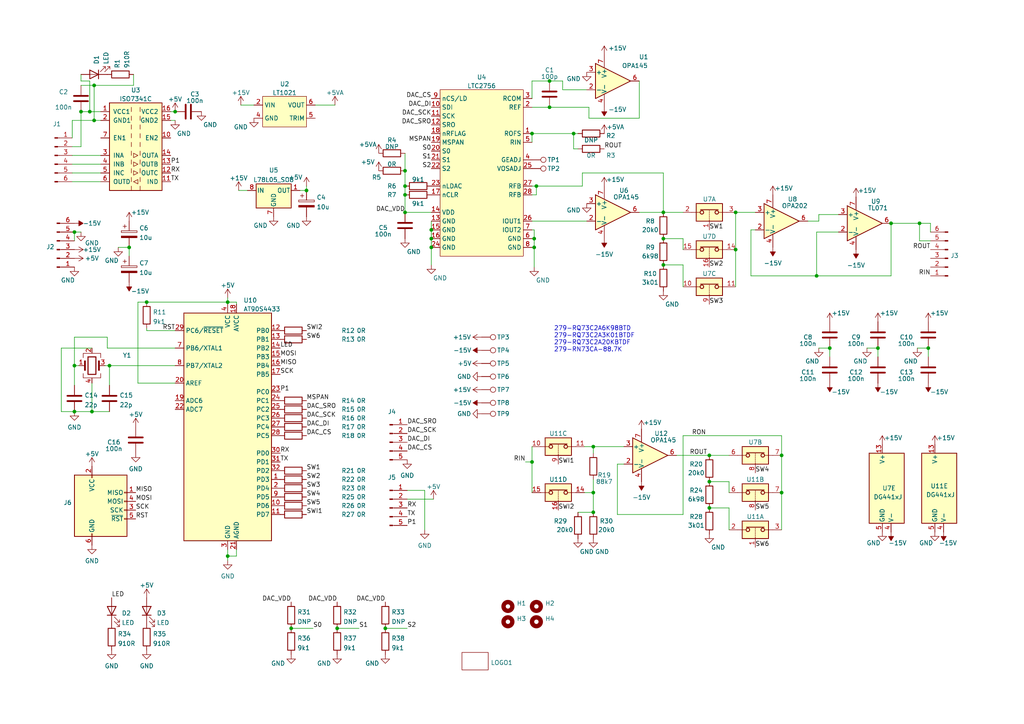
<source format=kicad_sch>
(kicad_sch (version 20230121) (generator eeschema)
  (paper "A4")
  (junction (at 154.94 71.755))
  (junction (at 97.79 182.245))
  (junction (at 154.94 69.215))
  (junction (at 66.04 87.63))
  (junction (at 117.475 56.515))
  (junction (at 172.085 142.875))
  (junction (at 192.405 76.835))
  (junction (at 27.305 34.925))
  (junction (at 240.665 100.965))
  (junction (at 117.475 49.53))
  (junction (at 42.545 87.63))
  (junction (at 213.36 61.595))
  (junction (at 154.305 133.985))
  (junction (at 236.855 80.01))
  (junction (at 26.035 32.385))
  (junction (at 84.455 182.245))
  (junction (at 125.095 66.675))
  (junction (at 21.59 67.31))
  (junction (at 226.695 132.08))
  (junction (at 27.305 24.765))
  (junction (at 172.085 129.54))
  (junction (at 213.36 72.39))
  (junction (at 226.695 142.875))
  (junction (at 192.405 69.215))
  (junction (at 172.085 148.59))
  (junction (at 159.385 31.115))
  (junction (at 88.9 55.245))
  (junction (at 117.475 53.975))
  (junction (at 254.635 100.965))
  (junction (at 205.74 139.7))
  (junction (at 26.67 119.38))
  (junction (at 31.75 106.045))
  (junction (at 266.7 64.77))
  (junction (at 269.24 100.965))
  (junction (at 117.475 61.595))
  (junction (at 23.495 32.385))
  (junction (at 125.095 71.755))
  (junction (at 21.59 106.045))
  (junction (at 37.465 71.755))
  (junction (at 159.385 23.495))
  (junction (at 154.305 38.735))
  (junction (at 192.405 61.595))
  (junction (at 166.37 38.735))
  (junction (at 111.76 182.245))
  (junction (at 155.575 53.975))
  (junction (at 258.445 64.77))
  (junction (at 50.8 32.385))
  (junction (at 66.04 161.29))
  (junction (at 205.74 147.32))
  (junction (at 21.59 119.38))
  (junction (at 125.095 69.215))
  (junction (at 205.74 132.08))
  (wire (pts (xy 154.305 129.54) (xy 154.305 133.985)))
  (wire (pts (xy 31.115 97.79) (xy 21.59 97.79)))
  (wire (pts (xy 172.085 129.54) (xy 172.085 131.445)))
  (wire (pts (xy 21.59 119.38) (xy 26.67 119.38)))
  (wire (pts (xy 168.91 53.975) (xy 168.91 50.165)))
  (wire (pts (xy 236.855 80.01) (xy 217.805 80.01)))
  (wire (pts (xy 226.695 142.875) (xy 226.695 153.67)))
  (wire (pts (xy 20.955 52.705) (xy 29.21 52.705)))
  (wire (pts (xy 154.305 56.515) (xy 155.575 56.515)))
  (wire (pts (xy 29.21 34.925) (xy 27.305 34.925)))
  (wire (pts (xy 38.735 24.765) (xy 27.305 24.765)))
  (wire (pts (xy 179.07 134.62) (xy 179.07 149.225)))
  (wire (pts (xy 198.12 126.365) (xy 226.695 126.365)))
  (wire (pts (xy 91.44 30.48) (xy 97.155 30.48)))
  (wire (pts (xy 125.095 66.675) (xy 125.095 69.215)))
  (wire (pts (xy 154.305 64.135) (xy 170.18 64.135)))
  (wire (pts (xy 170.18 26.035) (xy 163.195 26.035)))
  (wire (pts (xy 20.955 42.545) (xy 23.495 42.545)))
  (wire (pts (xy 217.805 80.01) (xy 217.805 66.675)))
  (wire (pts (xy 170.815 31.115) (xy 159.385 31.115)))
  (wire (pts (xy 211.455 147.32) (xy 205.74 147.32)))
  (wire (pts (xy 236.855 80.01) (xy 258.445 80.01)))
  (wire (pts (xy 251.46 100.965) (xy 254.635 100.965)))
  (wire (pts (xy 23.495 32.385) (xy 26.035 32.385)))
  (wire (pts (xy 68.58 161.29) (xy 66.04 161.29)))
  (wire (pts (xy 192.405 69.215) (xy 198.12 69.215)))
  (wire (pts (xy 258.445 64.77) (xy 266.7 64.77)))
  (wire (pts (xy 66.04 87.63) (xy 68.58 87.63)))
  (wire (pts (xy 23.495 21.59) (xy 23.495 23.495)))
  (wire (pts (xy 243.205 67.31) (xy 236.855 67.31)))
  (wire (pts (xy 123.19 142.24) (xy 123.19 153.67)))
  (wire (pts (xy 266.7 64.77) (xy 269.875 64.77)))
  (wire (pts (xy 26.67 119.38) (xy 31.75 119.38)))
  (wire (pts (xy 179.07 149.225) (xy 198.12 149.225)))
  (wire (pts (xy 205.74 132.08) (xy 211.455 132.08)))
  (wire (pts (xy 50.8 95.885) (xy 42.545 95.885)))
  (wire (pts (xy 38.735 21.59) (xy 38.735 24.765)))
  (wire (pts (xy 196.215 132.08) (xy 205.74 132.08)))
  (wire (pts (xy 154.305 31.115) (xy 159.385 31.115)))
  (wire (pts (xy 68.58 88.265) (xy 68.58 87.63)))
  (wire (pts (xy 172.085 129.54) (xy 180.975 129.54)))
  (wire (pts (xy 40.005 111.125) (xy 40.005 87.63)))
  (wire (pts (xy 180.975 134.62) (xy 179.07 134.62)))
  (wire (pts (xy 154.305 38.735) (xy 166.37 38.735)))
  (wire (pts (xy 31.75 106.045) (xy 50.8 106.045)))
  (wire (pts (xy 125.095 71.755) (xy 125.095 76.835)))
  (wire (pts (xy 155.575 53.975) (xy 168.91 53.975)))
  (wire (pts (xy 226.695 126.365) (xy 226.695 132.08)))
  (wire (pts (xy 27.305 34.925) (xy 20.955 34.925)))
  (wire (pts (xy 154.94 69.215) (xy 154.94 71.755)))
  (wire (pts (xy 170.815 34.29) (xy 170.815 31.115)))
  (wire (pts (xy 172.085 142.875) (xy 172.085 139.065)))
  (wire (pts (xy 163.195 23.495) (xy 159.385 23.495)))
  (wire (pts (xy 27.305 24.765) (xy 27.305 34.925)))
  (wire (pts (xy 169.545 142.875) (xy 172.085 142.875)))
  (wire (pts (xy 21.59 106.045) (xy 22.86 106.045)))
  (wire (pts (xy 50.8 111.125) (xy 40.005 111.125)))
  (wire (pts (xy 236.855 67.31) (xy 236.855 80.01)))
  (wire (pts (xy 68.58 159.385) (xy 68.58 161.29)))
  (wire (pts (xy 97.79 182.245) (xy 104.14 182.245)))
  (wire (pts (xy 26.67 111.125) (xy 26.67 119.38)))
  (wire (pts (xy 192.405 50.165) (xy 192.405 61.595)))
  (wire (pts (xy 168.91 50.165) (xy 192.405 50.165)))
  (wire (pts (xy 211.455 153.67) (xy 211.455 147.32)))
  (wire (pts (xy 31.115 100.965) (xy 31.115 97.79)))
  (wire (pts (xy 240.665 100.965) (xy 240.665 103.505)))
  (wire (pts (xy 37.465 71.755) (xy 37.465 74.295)))
  (wire (pts (xy 154.305 66.675) (xy 154.94 66.675)))
  (wire (pts (xy 20.955 50.165) (xy 29.21 50.165)))
  (wire (pts (xy 21.59 67.31) (xy 21.59 69.85)))
  (wire (pts (xy 23.495 23.495) (xy 26.035 23.495)))
  (wire (pts (xy 166.37 38.735) (xy 166.37 43.18)))
  (wire (pts (xy 211.455 142.875) (xy 211.455 139.7)))
  (wire (pts (xy 26.035 32.385) (xy 29.21 32.385)))
  (wire (pts (xy 30.48 106.045) (xy 31.75 106.045)))
  (wire (pts (xy 88.9 55.245) (xy 88.9 53.975)))
  (wire (pts (xy 169.545 129.54) (xy 172.085 129.54)))
  (wire (pts (xy 49.53 34.925) (xy 50.8 34.925)))
  (wire (pts (xy 69.85 30.48) (xy 73.66 30.48)))
  (wire (pts (xy 192.405 61.595) (xy 198.12 61.595)))
  (wire (pts (xy 42.545 95.885) (xy 42.545 95.25)))
  (wire (pts (xy 21.59 97.79) (xy 21.59 106.045)))
  (wire (pts (xy 40.005 87.63) (xy 42.545 87.63)))
  (wire (pts (xy 198.12 72.39) (xy 198.12 69.215)))
  (wire (pts (xy 266.065 100.965) (xy 269.24 100.965)))
  (wire (pts (xy 154.305 23.495) (xy 159.385 23.495)))
  (wire (pts (xy 117.475 44.45) (xy 117.475 49.53)))
  (wire (pts (xy 172.085 142.875) (xy 172.085 148.59)))
  (wire (pts (xy 117.475 49.53) (xy 117.475 53.975)))
  (wire (pts (xy 69.215 55.245) (xy 71.755 55.245)))
  (wire (pts (xy 154.305 69.215) (xy 154.94 69.215)))
  (wire (pts (xy 21.59 106.045) (xy 21.59 111.76)))
  (wire (pts (xy 155.575 56.515) (xy 155.575 53.975)))
  (wire (pts (xy 17.78 119.38) (xy 21.59 119.38)))
  (wire (pts (xy 125.095 69.215) (xy 125.095 71.755)))
  (wire (pts (xy 117.475 56.515) (xy 117.475 53.975)))
  (wire (pts (xy 21.59 67.31) (xy 23.495 67.31)))
  (wire (pts (xy 237.49 62.23) (xy 243.205 62.23)))
  (wire (pts (xy 266.7 69.85) (xy 266.7 64.77)))
  (wire (pts (xy 192.405 61.595) (xy 185.42 61.595)))
  (wire (pts (xy 254.635 100.965) (xy 254.635 103.505)))
  (wire (pts (xy 167.64 148.59) (xy 172.085 148.59)))
  (wire (pts (xy 213.36 72.39) (xy 213.36 83.185)))
  (wire (pts (xy 66.04 87.63) (xy 66.04 88.265)))
  (wire (pts (xy 237.49 100.965) (xy 240.665 100.965)))
  (wire (pts (xy 185.42 23.495) (xy 185.42 34.29)))
  (wire (pts (xy 163.195 26.035) (xy 163.195 23.495)))
  (wire (pts (xy 66.04 86.36) (xy 66.04 87.63)))
  (wire (pts (xy 258.445 80.01) (xy 258.445 64.77)))
  (wire (pts (xy 49.53 32.385) (xy 50.8 32.385)))
  (wire (pts (xy 23.495 42.545) (xy 23.495 32.385)))
  (wire (pts (xy 118.11 144.78) (xy 125.73 144.78)))
  (wire (pts (xy 125.095 61.595) (xy 117.475 61.595)))
  (wire (pts (xy 66.04 159.385) (xy 66.04 161.29)))
  (wire (pts (xy 125.095 64.135) (xy 125.095 66.675)))
  (wire (pts (xy 234.315 64.135) (xy 237.49 64.135)))
  (wire (pts (xy 198.12 149.225) (xy 198.12 126.365)))
  (wire (pts (xy 50.8 100.965) (xy 31.115 100.965)))
  (wire (pts (xy 205.74 139.7) (xy 211.455 139.7)))
  (wire (pts (xy 118.11 142.24) (xy 123.19 142.24)))
  (wire (pts (xy 20.955 34.925) (xy 20.955 40.005)))
  (wire (pts (xy 154.94 71.755) (xy 154.305 71.755)))
  (wire (pts (xy 217.805 66.675) (xy 219.075 66.675)))
  (wire (pts (xy 31.75 106.045) (xy 31.75 111.76)))
  (wire (pts (xy 198.12 76.835) (xy 192.405 76.835)))
  (wire (pts (xy 198.12 83.185) (xy 198.12 76.835)))
  (wire (pts (xy 185.42 34.29) (xy 170.815 34.29)))
  (wire (pts (xy 34.29 71.755) (xy 37.465 71.755)))
  (wire (pts (xy 213.36 61.595) (xy 213.36 72.39)))
  (wire (pts (xy 66.04 161.29) (xy 66.04 162.56)))
  (wire (pts (xy 154.305 38.735) (xy 154.305 41.275)))
  (wire (pts (xy 213.36 61.595) (xy 219.075 61.595)))
  (wire (pts (xy 166.37 38.735) (xy 167.64 38.735)))
  (wire (pts (xy 111.76 182.245) (xy 118.11 182.245)))
  (wire (pts (xy 226.695 132.08) (xy 226.695 142.875)))
  (wire (pts (xy 154.305 28.575) (xy 154.305 23.495)))
  (wire (pts (xy 86.995 55.245) (xy 88.9 55.245)))
  (wire (pts (xy 20.955 45.085) (xy 29.21 45.085)))
  (wire (pts (xy 26.67 100.965) (xy 17.78 100.965)))
  (wire (pts (xy 154.305 53.975) (xy 155.575 53.975)))
  (wire (pts (xy 269.875 69.85) (xy 266.7 69.85)))
  (wire (pts (xy 17.78 100.965) (xy 17.78 119.38)))
  (wire (pts (xy 269.875 64.77) (xy 269.875 67.31)))
  (wire (pts (xy 20.955 47.625) (xy 29.21 47.625)))
  (wire (pts (xy 26.035 23.495) (xy 26.035 32.385)))
  (wire (pts (xy 152.4 133.985) (xy 154.305 133.985)))
  (wire (pts (xy 154.94 66.675) (xy 154.94 69.215)))
  (wire (pts (xy 42.545 87.63) (xy 66.04 87.63)))
  (wire (pts (xy 84.455 182.245) (xy 90.805 182.245)))
  (wire (pts (xy 269.24 100.965) (xy 269.24 103.505)))
  (wire (pts (xy 154.94 77.47) (xy 154.94 71.755)))
  (wire (pts (xy 154.305 133.985) (xy 154.305 142.875)))
  (wire (pts (xy 117.475 61.595) (xy 117.475 56.515)))
  (wire (pts (xy 237.49 64.135) (xy 237.49 62.23)))
  (wire (pts (xy 23.495 24.765) (xy 27.305 24.765)))
  (wire (pts (xy 166.37 43.18) (xy 167.64 43.18)))
  (text "279-RQ73C2A6K98BTD \n279-RQ73C2A3K01BTDF \n279-RQ73C2A20KBTDF\n279-RN73CA-88.7K\n" (at 160.655 102.235 0) (effects (font (size 1.27 1.27)) (justify left bottom)))
  (label "DAC_VDD" (at 97.79 174.625 180))
  (label "LED" (at 81.28 100.965 0))
  (label "ROUT" (at 200.025 132.08 0))
  (label "SW6" (at 88.9 98.425 0))
  (label "SWI2" (at 88.9 95.885 0))
  (label "ROUT" (at 269.875 72.39 180))
  (label "S2" (at 118.11 182.245 0))
  (label "RON" (at 200.66 126.365 0))
  (label "S0" (at 125.095 43.815 180))
  (label "SW6" (at 219.075 158.75 0))
  (label "SCK" (at 39.37 147.955 0))
  (label "S0" (at 90.805 182.245 0))
  (label "SW2" (at 205.74 77.47 0))
  (label "SW2" (at 88.9 139.065 0))
  (label "SWI1" (at 161.925 134.62 0))
  (label "RST" (at 50.8 95.885 180))
  (label "ROUT" (at 175.26 43.18 0))
  (label "DAC_DI" (at 88.9 123.825 0))
  (label "DAC_CS" (at 125.095 28.575 180))
  (label "DAC_DI" (at 125.095 31.115 180))
  (label "DAC_SCK" (at 118.11 125.73 0))
  (label "DAC_CS" (at 88.9 126.365 0))
  (label "MISO" (at 81.28 106.045 0))
  (label "SW4" (at 88.9 144.145 0))
  (label "S2" (at 125.095 48.895 180))
  (label "P1" (at 49.53 47.625 0))
  (label "RX" (at 118.11 147.32 0))
  (label "RIN" (at 269.875 80.01 180))
  (label "P1" (at 118.11 152.4 0))
  (label "DAC_VDD" (at 84.455 174.625 180))
  (label "DAC_DI" (at 118.11 128.27 0))
  (label "DAC_VDD" (at 117.475 61.595 180))
  (label "TX" (at 81.28 133.985 0))
  (label "DAC_SCK" (at 125.095 33.655 180))
  (label "SW3" (at 205.74 88.265 0))
  (label "DAC_SCK" (at 88.9 121.285 0))
  (label "SW1" (at 205.74 66.675 0))
  (label "DAC_CS" (at 118.11 130.81 0))
  (label "RX" (at 81.28 131.445 0))
  (label "LED" (at 32.385 173.355 0))
  (label "MISO" (at 39.37 142.875 0))
  (label "S1" (at 125.095 46.355 180))
  (label "RX" (at 49.53 50.165 0))
  (label "SW4" (at 219.075 137.16 0))
  (label "DAC_SRO" (at 88.9 118.745 0))
  (label "MOSI" (at 39.37 145.415 0))
  (label "DAC_VDD" (at 111.76 174.625 180))
  (label "P1" (at 81.28 113.665 0))
  (label "SW5" (at 88.9 146.685 0))
  (label "MSPAN" (at 125.095 41.275 180))
  (label "RIN" (at 152.4 133.985 180))
  (label "SCK" (at 81.28 108.585 0))
  (label "SWI1" (at 88.9 149.225 0))
  (label "SWI2" (at 161.925 147.955 0))
  (label "DAC_SRO" (at 118.11 123.19 0))
  (label "DAC_SRO" (at 125.095 36.195 180))
  (label "MOSI" (at 81.28 103.505 0))
  (label "S1" (at 104.14 182.245 0))
  (label "MSPAN" (at 88.9 116.205 0))
  (label "TX" (at 49.53 52.705 0))
  (label "SW5" (at 219.075 147.955 0))
  (label "SW3" (at 88.9 141.605 0))
  (label "RST" (at 39.37 150.495 0))
  (label "SW1" (at 88.9 136.525 0))
  (label "TX" (at 118.11 149.86 0))
  (symbol (lib_id "Device:C") (at 269.24 107.315 180) (unit 1)
    (property "Reference" "C13" (at 262.89 107.95 0))
    (property "Value" "100n" (at 262.89 109.855 0))
    (property "Footprint" "Capacitor_SMD:C_0805_2012Metric_Pad1.18x1.45mm_HandSolder" (effects hide))
  )
  (symbol (lib_id "power:GND") (at 21.59 119.38 0) (unit 1)
    (property "Reference" "#PWR052" (effects hide))
    (property "Value" "GND" (at 21.59 123.9425 0))
  )
  (symbol (lib_id "power:+5V") (at 109.855 49.53 0) (unit 1)
    (property "Reference" "#PWR012" (effects hide))
    (property "Value" "+5V" (at 106.68 46.99 0))
  )
  (symbol (lib_id "power:GND") (at 58.42 32.385 0) (unit 1)
    (property "Reference" "#PWR07" (effects hide))
    (property "Value" "GND" (at 60.96 36.195 0))
  )
  (symbol (lib_id "Device:R") (at 84.455 186.055 0) (unit 1)
    (property "Reference" "R36" (at 86.233 185.1465 0) (effects (justify left)))
    (property "Value" "9k1" (at 86.233 187.9216 0) (effects (justify left)))
    (property "Footprint" "Resistor_SMD:R_0805_2012Metric_Pad1.20x1.40mm_HandSolder" (effects hide))
  )
  (symbol (lib_id "power:GND") (at 34.29 71.755 0) (unit 1)
    (property "Reference" "#PWR026" (effects hide))
    (property "Value" "GND" (at 32.385 75.565 0))
  )
  (symbol (lib_id "Device:R") (at 192.405 65.405 0) (unit 1)
    (property "Reference" "R8" (at 188.595 64.135 0))
    (property "Value" "20k0" (at 188.595 66.675 0))
    (property "Footprint" "Resistor_SMD:R_0805_2012Metric_Pad1.20x1.40mm_HandSolder" (effects hide))
  )
  (symbol (lib_id "power:-15V") (at 175.26 31.115 180) (unit 1)
    (property "Reference" "#PWR05" (effects hide))
    (property "Value" "-15V" (at 179.07 31.75 0))
  )
  (symbol (lib_id "power:+5VA") (at 109.855 44.45 0) (unit 1)
    (property "Reference" "#PWR011" (effects hide))
    (property "Value" "+5VA" (at 106.68 41.91 0))
  )
  (symbol (lib_id "Amplifier_Operational:OPA188xxD") (at 177.8 23.495 0) (unit 1)
    (property "Reference" "U1" (at 186.69 16.51 0))
    (property "Value" "OPA145" (at 184.15 19.05 0))
    (property "Footprint" "Package_SO:SOIC-8_3.9x4.9mm_P1.27mm" (effects hide))
    (property "Datasheet" "http://www.ti.com/lit/ds/symlink/opa188.pdf" (effects hide))
  )
  (symbol (lib_id "Device:LED") (at 27.305 21.59 180) (unit 1)
    (property "Reference" "D1" (at 27.984 18.669 90) (effects (justify right)))
    (property "Value" "LED" (at 30.7591 18.669 90) (effects (justify right)))
    (property "Footprint" "LED_SMD:LED_0805_2012Metric_Pad1.15x1.40mm_HandSolder" (effects hide))
  )
  (symbol (lib_id "Device:C") (at 254.635 107.315 180) (unit 1)
    (property "Reference" "C12" (at 248.285 107.95 0))
    (property "Value" "100n" (at 248.285 109.855 0))
    (property "Footprint" "Capacitor_SMD:C_0805_2012Metric_Pad1.18x1.45mm_HandSolder" (effects hide))
  )
  (symbol (lib_id "Device:R") (at 121.285 53.975 90) (unit 1)
    (property "Reference" "R6" (at 113.665 53.975 90))
    (property "Value" "9k1" (at 121.285 52.07 90))
    (property "Footprint" "Resistor_SMD:R_0805_2012Metric_Pad1.20x1.40mm_HandSolder" (effects hide))
  )
  (symbol (lib_id "Connector:TestPoint") (at 139.7 116.84 270) (unit 1)
    (property "Reference" "TP8" (at 144.145 116.84 90) (effects (justify left)))
    (property "Value" "TestPoint" (effects hide))
    (property "Footprint" "TestPoint:TestPoint_Pad_1.0x1.0mm" (effects hide))
  )
  (symbol (lib_id "Device:R") (at 84.455 178.435 0) (unit 1)
    (property "Reference" "R31" (at 86.233 177.5265 0) (effects (justify left)))
    (property "Value" "DNP" (at 86.233 180.3016 0) (effects (justify left)))
    (property "Footprint" "Resistor_SMD:R_0805_2012Metric_Pad1.20x1.40mm_HandSolder" (effects hide))
  )
  (symbol (lib_id "Device:R") (at 85.09 118.745 90) (unit 1)
    (property "Reference" "R15" (at 100.965 118.745 90))
    (property "Value" "0R" (at 104.775 118.745 90))
    (property "Footprint" "Resistor_SMD:R_0805_2012Metric_Pad1.20x1.40mm_HandSolder" (effects hide))
  )
  (symbol (lib_id "Connector:Conn_01x05_Male") (at 113.03 128.27 0) (unit 1)
    (property "Reference" "J4" (at 113.665 119.414 0))
    (property "Value" "Conn_01x05_Male" (effects hide))
    (property "Footprint" "Connector_PinHeader_2.54mm:PinHeader_1x05_P2.54mm_Vertical" (effects hide))
  )
  (symbol (lib_id "Analog_Switch:DG441xJ") (at 219.075 153.67 0) (unit 1)
    (property "Reference" "U11" (at 219.075 149.86 0))
    (property "Value" "DG441xJ" (effects hide))
    (property "Footprint" "Package_SO:SO-16_3.9x9.9mm_P1.27mm" (effects hide))
    (property "Datasheet" "https://datasheets.maximintegrated.com/en/ds/DG441-DG442.pdf" (effects hide))
  )
  (symbol (lib_id "power:GND") (at 251.46 100.965 0) (unit 1)
    (property "Reference" "#PWR042" (effects hide))
    (property "Value" "GND" (at 249.555 104.775 0))
  )
  (symbol (lib_id "Device:R") (at 85.09 116.205 90) (unit 1)
    (property "Reference" "R14" (at 100.965 116.205 90))
    (property "Value" "0R" (at 104.775 116.205 90))
    (property "Footprint" "Resistor_SMD:R_0805_2012Metric_Pad1.20x1.40mm_HandSolder" (effects hide))
  )
  (symbol (lib_id "Connector:TestPoint") (at 139.7 105.41 270) (unit 1)
    (property "Reference" "TP5" (at 144.145 105.41 90) (effects (justify left)))
    (property "Value" "TestPoint" (effects hide))
    (property "Footprint" "TestPoint:TestPoint_Pad_1.0x1.0mm" (effects hide))
  )
  (symbol (lib_id "Device:LED") (at 42.545 177.165 90) (unit 1)
    (property "Reference" "D3" (at 45.466 177.844 90) (effects (justify right)))
    (property "Value" "LED" (at 45.466 180.6191 90) (effects (justify right)))
    (property "Footprint" "LED_SMD:LED_0805_2012Metric_Pad1.15x1.40mm_HandSolder" (effects hide))
  )
  (symbol (lib_id "power:GND") (at 237.49 100.965 0) (unit 1)
    (property "Reference" "#PWR041" (effects hide))
    (property "Value" "GND" (at 235.585 104.775 0))
  )
  (symbol (lib_id "power:GND") (at 88.9 62.865 0) (unit 1)
    (property "Reference" "#PWR020" (effects hide))
    (property "Value" "GND" (at 85.09 65.405 0))
  )
  (symbol (lib_id "Connector:TestPoint") (at 139.7 101.6 270) (unit 1)
    (property "Reference" "TP4" (at 144.145 101.6 90) (effects (justify left)))
    (property "Value" "TestPoint" (effects hide))
    (property "Footprint" "TestPoint:TestPoint_Pad_1.0x1.0mm" (effects hide))
  )
  (symbol (lib_id "power:GND") (at 32.385 188.595 0) (unit 1)
    (property "Reference" "#PWR074" (effects hide))
    (property "Value" "GND" (at 32.385 193.1575 0))
  )
  (symbol (lib_id "Device:C") (at 31.75 115.57 0) (unit 1)
    (property "Reference" "C15" (at 34.671 114.6615 0) (effects (justify left)))
    (property "Value" "22p" (at 34.671 117.4366 0) (effects (justify left)))
    (property "Footprint" "Capacitor_SMD:C_0805_2012Metric_Pad1.18x1.45mm_HandSolder" (effects hide))
  )
  (symbol (lib_id "Connector:Conn_01x05_Male") (at 113.03 147.32 0) (unit 1)
    (property "Reference" "J5" (at 113.665 138.464 0))
    (property "Value" "Conn_01x05_Male" (effects hide))
    (property "Footprint" "Connector_PinHeader_2.54mm:PinHeader_1x05_P2.54mm_Vertical" (effects hide))
  )
  (symbol (lib_id "power:GND") (at 192.405 84.455 0) (unit 1)
    (property "Reference" "#PWR035" (effects hide))
    (property "Value" "GND" (at 194.945 88.265 0))
  )
  (symbol (lib_id "power:+15V") (at 139.7 97.79 90) (unit 1)
    (property "Reference" "#PWR040" (effects hide))
    (property "Value" "+15V" (at 133.985 97.79 90))
  )
  (symbol (lib_id "Device:R") (at 85.09 144.145 90) (unit 1)
    (property "Reference" "R25" (at 100.965 144.145 90))
    (property "Value" "0R" (at 104.775 144.145 90))
    (property "Footprint" "Resistor_SMD:R_0805_2012Metric_Pad1.20x1.40mm_HandSolder" (effects hide))
  )
  (symbol (lib_id "power:+5VA") (at 97.155 30.48 0) (unit 1)
    (property "Reference" "#PWR04" (effects hide))
    (property "Value" "+5VA" (at 97.155 26.8755 0))
  )
  (symbol (lib_id "power:GND") (at 205.74 154.94 0) (unit 1)
    (property "Reference" "#PWR068" (effects hide))
    (property "Value" "GND" (at 208.28 158.75 0))
  )
  (symbol (lib_id "Connector:TestPoint") (at 139.7 120.015 270) (unit 1)
    (property "Reference" "TP9" (at 144.145 120.015 90) (effects (justify left)))
    (property "Value" "TestPoint" (effects hide))
    (property "Footprint" "TestPoint:TestPoint_Pad_1.0x1.0mm" (effects hide))
  )
  (symbol (lib_id "power:GND") (at 125.095 76.835 0) (unit 1)
    (property "Reference" "#PWR031" (effects hide))
    (property "Value" "GND" (at 127.635 80.645 0))
  )
  (symbol (lib_id "Device:C") (at 21.59 115.57 0) (unit 1)
    (property "Reference" "C14" (at 24.511 114.6615 0) (effects (justify left)))
    (property "Value" "22p" (at 24.511 117.4366 0) (effects (justify left)))
    (property "Footprint" "Capacitor_SMD:C_0805_2012Metric_Pad1.18x1.45mm_HandSolder" (effects hide))
  )
  (symbol (lib_id "power:GND") (at 21.59 77.47 0) (unit 1)
    (property "Reference" "#PWR032" (effects hide))
    (property "Value" "GND" (at 19.685 81.28 0))
  )
  (symbol (lib_id "Connector:Conn_01x06_Male") (at 15.875 45.085 0) (unit 1)
    (property "Reference" "J1" (at 16.51 35.9623 0))
    (property "Value" "Conn_01x06_Male" (effects hide))
    (property "Footprint" "Connector_PinHeader_2.54mm:PinHeader_1x06_P2.54mm_Vertical" (effects hide))
  )
  (symbol (lib_id "Mechanical:MountingHole") (at 147.32 175.895 0) (unit 1)
    (property "Reference" "H1" (at 149.86 174.9865 0) (effects (justify left)))
    (property "Value" "MountingHole" (effects hide))
    (property "Footprint" "MountingHole:MountingHole_3.2mm_M3_DIN965_Pad" (effects hide))
  )
  (symbol (lib_id "Device:R") (at 205.74 143.51 0) (unit 1)
    (property "Reference" "R24" (at 201.93 142.24 0))
    (property "Value" "6k98" (at 201.93 144.78 0))
    (property "Footprint" "Resistor_SMD:R_0805_2012Metric_Pad1.20x1.40mm_HandSolder" (effects hide))
  )
  (symbol (lib_id "Device:R") (at 113.665 49.53 90) (unit 1)
    (property "Reference" "R5" (at 109.22 51.435 90))
    (property "Value" "0R" (at 113.665 47.625 90))
    (property "Footprint" "Resistor_SMD:R_0805_2012Metric_Pad1.20x1.40mm_HandSolder" (effects hide))
  )
  (symbol (lib_id "power:GND") (at 117.475 69.215 0) (unit 1)
    (property "Reference" "#PWR024" (effects hide))
    (property "Value" "GND" (at 120.015 73.025 0))
  )
  (symbol (lib_id "power:+15V") (at 175.26 15.875 0) (unit 1)
    (property "Reference" "#PWR01" (effects hide))
    (property "Value" "+15V" (at 179.07 13.97 0))
  )
  (symbol (lib_id "power:+15V") (at 240.665 93.345 0) (unit 1)
    (property "Reference" "#PWR037" (effects hide))
    (property "Value" "+15V" (at 243.84 90.805 0))
  )
  (symbol (lib_id "MCU_Microchip_ATmega:ATmega8A-A") (at 66.04 123.825 0) (unit 1)
    (property "Reference" "U10" (at 70.5994 87.1052 0) (effects (justify left)))
    (property "Value" "AT90S4433" (at 70.5994 89.6421 0) (effects (justify left)))
    (property "Footprint" "Package_QFP:TQFP-32_7x7mm_P0.8mm" (effects hide))
    (property "Datasheet" "http://ww1.microchip.com/downloads/en/DeviceDoc/Microchip%208bit%20mcu%20AVR%20ATmega8A%20data%20sheet%2040001974A.pdf" (effects hide))
  )
  (symbol (lib_id "Device:R") (at 85.09 98.425 90) (unit 1)
    (property "Reference" "R13" (at 100.965 98.425 90))
    (property "Value" "0R" (at 104.775 98.425 90))
    (property "Footprint" "Resistor_SMD:R_0805_2012Metric_Pad1.20x1.40mm_HandSolder" (effects hide))
  )
  (symbol (lib_id "j_lib:logo_generic") (at 137.795 191.77 0) (unit 1)
    (property "Reference" "LOGO1" (at 142.3162 192.2038 0) (effects (justify left)))
    (property "Value" "logo_generic" (effects hide))
    (property "Footprint" "j_lib:logo_rpg7x9" (effects hide))
  )
  (symbol (lib_id "power:GND") (at 23.495 67.31 0) (unit 1)
    (property "Reference" "#PWR023" (effects hide))
    (property "Value" "GND" (at 26.67 70.485 0))
  )
  (symbol (lib_id "power:-15V") (at 273.685 154.305 180) (unit 1)
    (property "Reference" "#PWR067" (effects hide))
    (property "Value" "-15V" (at 274.955 157.48 0))
  )
  (symbol (lib_id "Connector:Conn_01x06_Male") (at 16.51 72.39 0) (mirror x) (unit 1)
    (property "Reference" "J2" (at 15.7988 71.599 0) (effects (justify right)))
    (property "Value" "Conn_01x06_Male" (effects hide))
    (property "Footprint" "Connector_PinHeader_2.54mm:PinHeader_1x06_P2.54mm_Vertical" (effects hide))
  )
  (symbol (lib_id "Device:R") (at 97.79 178.435 0) (unit 1)
    (property "Reference" "R32" (at 99.568 177.5265 0) (effects (justify left)))
    (property "Value" "DNP" (at 99.568 180.3016 0) (effects (justify left)))
    (property "Footprint" "Resistor_SMD:R_0805_2012Metric_Pad1.20x1.40mm_HandSolder" (effects hide))
  )
  (symbol (lib_id "Analog_Switch:DG441xJ") (at 255.905 141.605 0) (unit 5)
    (property "Reference" "U7" (at 255.905 141.605 0) (effects (justify left)))
    (property "Value" "DG441xJ" (at 253.365 144.145 0) (effects (justify left)))
    (property "Footprint" "Package_SO:SO-16_3.9x9.9mm_P1.27mm" (effects hide))
    (property "Datasheet" "https://datasheets.maximintegrated.com/en/ds/DG441-DG442.pdf" (effects hide))
  )
  (symbol (lib_id "Device:R") (at 85.09 123.825 90) (unit 1)
    (property "Reference" "R17" (at 100.965 123.825 90))
    (property "Value" "0R" (at 104.775 123.825 90))
    (property "Footprint" "Resistor_SMD:R_0805_2012Metric_Pad1.20x1.40mm_HandSolder" (effects hide))
  )
  (symbol (lib_id "power:-15V") (at 186.055 139.7 180) (unit 1)
    (property "Reference" "#PWR061" (effects hide))
    (property "Value" "-15V" (at 186.055 144.2625 0))
  )
  (symbol (lib_id "Analog_Switch:DG441xJ") (at 271.145 141.605 0) (unit 5)
    (property "Reference" "U11" (at 269.875 140.97 0) (effects (justify left)))
    (property "Value" "DG441xJ" (at 268.605 143.51 0) (effects (justify left)))
    (property "Footprint" "Package_SO:SO-16_3.9x9.9mm_P1.27mm" (effects hide))
    (property "Datasheet" "https://datasheets.maximintegrated.com/en/ds/DG441-DG442.pdf" (effects hide))
  )
  (symbol (lib_id "power:GND") (at 111.76 189.865 0) (unit 1)
    (property "Reference" "#PWR078" (effects hide))
    (property "Value" "GND" (at 107.95 192.405 0))
  )
  (symbol (lib_id "power:-15V") (at 258.445 154.305 180) (unit 1)
    (property "Reference" "#PWR065" (effects hide))
    (property "Value" "-15V" (at 260.35 157.48 0))
  )
  (symbol (lib_id "power:+15V") (at 255.905 128.905 0) (unit 1)
    (property "Reference" "#PWR056" (effects hide))
    (property "Value" "+15V" (at 259.08 127 0))
  )
  (symbol (lib_id "Device:C") (at 240.665 107.315 180) (unit 1)
    (property "Reference" "C11" (at 234.315 107.95 0))
    (property "Value" "100n" (at 234.315 109.855 0))
    (property "Footprint" "Capacitor_SMD:C_0805_2012Metric_Pad1.18x1.45mm_HandSolder" (effects hide))
  )
  (symbol (lib_id "power:-15V") (at 224.155 71.755 180) (unit 1)
    (property "Reference" "#PWR027" (effects hide))
    (property "Value" "-15V" (at 224.155 76.3175 0))
  )
  (symbol (lib_id "power:+15V") (at 186.055 124.46 0) (unit 1)
    (property "Reference" "#PWR055" (effects hide))
    (property "Value" "+15V" (at 189.23 122.555 0))
  )
  (symbol (lib_id "Amplifier_Operational:OPA188xxD") (at 177.8 61.595 0) (unit 1)
    (property "Reference" "U6" (at 180.975 55.245 0))
    (property "Value" "OPA145" (at 181.61 57.15 0))
    (property "Footprint" "Package_SO:SOIC-8_3.9x4.9mm_P1.27mm" (effects hide))
    (property "Datasheet" "http://www.ti.com/lit/ds/symlink/opa188.pdf" (effects hide))
  )
  (symbol (lib_id "Connector:TestPoint") (at 139.7 113.03 270) (unit 1)
    (property "Reference" "TP7" (at 144.145 113.03 90) (effects (justify left)))
    (property "Value" "TestPoint" (effects hide))
    (property "Footprint" "TestPoint:TestPoint_Pad_1.0x1.0mm" (effects hide))
  )
  (symbol (lib_id "Device:R") (at 85.09 139.065 90) (unit 1)
    (property "Reference" "R22" (at 100.965 139.065 90))
    (property "Value" "0R" (at 104.775 139.065 90))
    (property "Footprint" "Resistor_SMD:R_0805_2012Metric_Pad1.20x1.40mm_HandSolder" (effects hide))
  )
  (symbol (lib_id "Device:C") (at 54.61 32.385 90) (unit 1)
    (property "Reference" "C3" (at 56.515 27.305 90))
    (property "Value" "100n" (at 56.515 29.21 90))
    (property "Footprint" "Capacitor_SMD:C_0805_2012Metric_Pad1.18x1.45mm_HandSolder" (effects hide))
  )
  (symbol (lib_id "power:+15V") (at 248.285 57.15 0) (unit 1)
    (property "Reference" "#PWR017" (effects hide))
    (property "Value" "+15V" (at 251.46 55.245 0))
  )
  (symbol (lib_id "Device:R") (at 205.74 135.89 0) (unit 1)
    (property "Reference" "R20" (at 201.93 134.62 0))
    (property "Value" "20k0" (at 201.93 137.16 0))
    (property "Footprint" "Resistor_SMD:R_0805_2012Metric_Pad1.20x1.40mm_HandSolder" (effects hide))
  )
  (symbol (lib_id "power:GND") (at 97.79 189.865 0) (unit 1)
    (property "Reference" "#PWR077" (effects hide))
    (property "Value" "GND" (at 93.98 192.405 0))
  )
  (symbol (lib_id "Device:R") (at 85.09 149.225 90) (unit 1)
    (property "Reference" "R27" (at 100.965 149.225 90))
    (property "Value" "0R" (at 104.775 149.225 90))
    (property "Footprint" "Resistor_SMD:R_0805_2012Metric_Pad1.20x1.40mm_HandSolder" (effects hide))
  )
  (symbol (lib_id "j_lib:LT1021") (at 82.55 33.02 0) (unit 1)
    (property "Reference" "U2" (at 82.55 24.3672 0))
    (property "Value" "LT1021" (at 82.55 26.9041 0))
    (property "Footprint" "Package_DIP:DIP-8_W7.62mm_Socket" (effects hide))
  )
  (symbol (lib_id "Analog_Switch:DG441xJ") (at 205.74 61.595 0) (unit 1)
    (property "Reference" "U7" (at 205.74 57.785 0))
    (property "Value" "DG441xJ" (effects hide))
    (property "Footprint" "Package_SO:SO-16_3.9x9.9mm_P1.27mm" (effects hide))
    (property "Datasheet" "https://datasheets.maximintegrated.com/en/ds/DG441-DG442.pdf" (effects hide))
  )
  (symbol (lib_id "power:+15V") (at 69.215 55.245 0) (unit 1)
    (property "Reference" "#PWR015" (effects hide))
    (property "Value" "+15V" (at 69.215 51.6405 0))
  )
  (symbol (lib_id "Device:LED") (at 32.385 177.165 90) (unit 1)
    (property "Reference" "D2" (at 35.306 177.844 90) (effects (justify right)))
    (property "Value" "LED" (at 35.306 180.6191 90) (effects (justify right)))
    (property "Footprint" "LED_SMD:LED_0805_2012Metric_Pad1.15x1.40mm_HandSolder" (effects hide))
  )
  (symbol (lib_id "power:GND") (at 26.67 158.115 0) (unit 1)
    (property "Reference" "#PWR071" (effects hide))
    (property "Value" "GND" (at 26.67 162.6775 0))
  )
  (symbol (lib_id "Device:R") (at 171.45 43.18 270) (unit 1)
    (property "Reference" "R3" (at 177.165 45.085 90))
    (property "Value" "0R" (at 171.45 45.085 90))
    (property "Footprint" "Resistor_SMD:R_0805_2012Metric_Pad1.20x1.40mm_HandSolder" (effects hide))
  )
  (symbol (lib_id "power:+5V") (at 42.545 173.355 0) (unit 1)
    (property "Reference" "#PWR073" (effects hide))
    (property "Value" "+5V" (at 42.545 169.7505 0))
  )
  (symbol (lib_id "power:-15V") (at 269.24 111.125 180) (unit 1)
    (property "Reference" "#PWR049" (effects hide))
    (property "Value" "-15V" (at 272.415 113.665 0))
  )
  (symbol (lib_id "power:+15V") (at 175.26 53.975 0) (unit 1)
    (property "Reference" "#PWR014" (effects hide))
    (property "Value" "+15V" (at 178.435 52.07 0))
  )
  (symbol (lib_id "power:GND") (at 271.145 154.305 0) (unit 1)
    (property "Reference" "#PWR066" (effects hide))
    (property "Value" "GND" (at 268.605 157.48 0))
  )
  (symbol (lib_id "power:GND") (at 172.085 156.21 0) (unit 1)
    (property "Reference" "#PWR070" (effects hide))
    (property "Value" "GND" (at 174.625 160.02 0))
  )
  (symbol (lib_id "Device:R") (at 85.09 136.525 90) (unit 1)
    (property "Reference" "R21" (at 100.965 136.525 90))
    (property "Value" "0R" (at 104.775 136.525 90))
    (property "Footprint" "Resistor_SMD:R_0805_2012Metric_Pad1.20x1.40mm_HandSolder" (effects hide))
  )
  (symbol (lib_id "Device:R") (at 42.545 184.785 0) (unit 1)
    (property "Reference" "R35" (at 44.323 183.8765 0) (effects (justify left)))
    (property "Value" "910R" (at 44.323 186.6516 0) (effects (justify left)))
    (property "Footprint" "Resistor_SMD:R_0805_2012Metric_Pad1.20x1.40mm_HandSolder" (effects hide))
  )
  (symbol (lib_id "Device:C") (at 39.37 127.635 180) (unit 1)
    (property "Reference" "C16" (at 33.02 128.27 0))
    (property "Value" "100n" (at 33.02 130.175 0))
    (property "Footprint" "Capacitor_SMD:C_0805_2012Metric_Pad1.18x1.45mm_HandSolder" (effects hide))
  )
  (symbol (lib_id "Device:R") (at 97.79 186.055 0) (unit 1)
    (property "Reference" "R37" (at 99.568 185.1465 0) (effects (justify left)))
    (property "Value" "9k1" (at 99.568 187.9216 0) (effects (justify left)))
    (property "Footprint" "Resistor_SMD:R_0805_2012Metric_Pad1.20x1.40mm_HandSolder" (effects hide))
  )
  (symbol (lib_id "Amplifier_Operational:OPA188xxD") (at 226.695 64.135 0) (unit 1)
    (property "Reference" "U8" (at 229.87 57.785 0))
    (property "Value" "OPA202" (at 230.505 59.69 0))
    (property "Footprint" "Package_SO:SOIC-8_3.9x4.9mm_P1.27mm" (effects hide))
    (property "Datasheet" "http://www.ti.com/lit/ds/symlink/opa188.pdf" (effects hide))
  )
  (symbol (lib_id "Regulator_Linear:L78L05_SO8") (at 79.375 55.245 0) (unit 1)
    (property "Reference" "U5" (at 79.375 49.3735 0))
    (property "Value" "L78L05_SO8" (at 79.375 52.1486 0))
    (property "Footprint" "Package_SO:SOIC-8_3.9x4.9mm_P1.27mm" (effects hide))
    (property "Datasheet" "http://www.st.com/content/ccc/resource/technical/document/datasheet/15/55/e5/aa/23/5b/43/fd/CD00000446.pdf/files/CD00000446.pdf/jcr:content/translations/en.CD00000446.pdf" (effects hide))
  )
  (symbol (lib_id "Device:R") (at 85.09 141.605 90) (unit 1)
    (property "Reference" "R23" (at 100.965 141.605 90))
    (property "Value" "0R" (at 104.775 141.605 90))
    (property "Footprint" "Resistor_SMD:R_0805_2012Metric_Pad1.20x1.40mm_HandSolder" (effects hide))
  )
  (symbol (lib_id "Device:C") (at 117.475 65.405 180) (unit 1)
    (property "Reference" "C5" (at 111.125 66.04 0))
    (property "Value" "100n" (at 111.125 67.945 0))
    (property "Footprint" "Capacitor_SMD:C_0805_2012Metric_Pad1.18x1.45mm_HandSolder" (effects hide))
  )
  (symbol (lib_id "Device:R") (at 85.09 126.365 90) (unit 1)
    (property "Reference" "R18" (at 100.965 126.365 90))
    (property "Value" "0R" (at 104.775 126.365 90))
    (property "Footprint" "Resistor_SMD:R_0805_2012Metric_Pad1.20x1.40mm_HandSolder" (effects hide))
  )
  (symbol (lib_id "power:GND") (at 50.8 34.925 0) (unit 1)
    (property "Reference" "#PWR09" (effects hide))
    (property "Value" "GND" (at 53.34 38.735 0))
  )
  (symbol (lib_id "Device:R") (at 34.925 21.59 90) (unit 1)
    (property "Reference" "R1" (at 34.0165 19.812 0) (effects (justify left)))
    (property "Value" "910R" (at 36.7916 19.812 0) (effects (justify left)))
    (property "Footprint" "Resistor_SMD:R_0805_2012Metric_Pad1.20x1.40mm_HandSolder" (effects hide))
  )
  (symbol (lib_id "Mechanical:MountingHole") (at 155.575 180.34 0) (unit 1)
    (property "Reference" "H4" (at 158.115 179.4315 0) (effects (justify left)))
    (property "Value" "MountingHole" (effects hide))
    (property "Footprint" "MountingHole:MountingHole_3.2mm_M3_DIN965_Pad" (effects hide))
  )
  (symbol (lib_id "Device:Crystal_GND24") (at 26.67 106.045 0) (unit 1)
    (property "Reference" "Y1" (at 36.8489 103.0691 0))
    (property "Value" "Crystal_GND24" (effects hide))
    (property "Footprint" "Crystal:Crystal_SMD_Abracon_ABM3B-4Pin_5.0x3.2mm" (effects hide))
  )
  (symbol (lib_id "Analog_Switch:DG441xJ") (at 219.075 132.08 0) (unit 2)
    (property "Reference" "U7" (at 219.075 128.27 0))
    (property "Value" "DG441xJ" (effects hide))
    (property "Footprint" "Package_SO:SO-16_3.9x9.9mm_P1.27mm" (effects hide))
    (property "Datasheet" "https://datasheets.maximintegrated.com/en/ds/DG441-DG442.pdf" (effects hide))
  )
  (symbol (lib_id "Device:R") (at 113.665 44.45 90) (unit 1)
    (property "Reference" "R4" (at 113.665 40.64 90))
    (property "Value" "DNP" (at 113.665 42.545 90))
    (property "Footprint" "Resistor_SMD:R_0805_2012Metric_Pad1.20x1.40mm_HandSolder" (effects hide))
  )
  (symbol (lib_id "power:-15V") (at 240.665 111.125 180) (unit 1)
    (property "Reference" "#PWR047" (effects hide))
    (property "Value" "-15V" (at 243.84 113.665 0))
  )
  (symbol (lib_id "power:+5V") (at 39.37 123.825 0) (unit 1)
    (property "Reference" "#PWR054" (effects hide))
    (property "Value" "+5V" (at 39.37 120.2205 0))
  )
  (symbol (lib_id "Connector:Conn_01x06_Male") (at 274.955 74.93 180) (unit 1)
    (property "Reference" "J3" (at 275.6662 74.139 0) (effects (justify right)))
    (property "Value" "Conn_01x06_Male" (effects hide))
    (property "Footprint" "Connector_PinHeader_2.54mm:PinHeader_1x06_P2.54mm_Vertical" (effects hide))
  )
  (symbol (lib_id "power:-15V") (at 139.7 116.84 90) (unit 1)
    (property "Reference" "#PWR051" (effects hide))
    (property "Value" "-15V" (at 131.445 116.84 90) (effects (justify right)))
  )
  (symbol (lib_id "power:+5V") (at 66.04 86.36 0) (unit 1)
    (property "Reference" "#PWR036" (effects hide))
    (property "Value" "+5V" (at 66.04 82.7555 0))
  )
  (symbol (lib_id "Device:R") (at 42.545 91.44 0) (unit 1)
    (property "Reference" "R11" (at 44.323 90.5315 0) (effects (justify left)))
    (property "Value" "9k1" (at 44.323 93.3066 0) (effects (justify left)))
    (property "Footprint" "Resistor_SMD:R_0805_2012Metric_Pad1.20x1.40mm_HandSolder" (effects hide))
  )
  (symbol (lib_id "power:GND") (at 170.18 59.055 0) (unit 1)
    (property "Reference" "#PWR018" (effects hide))
    (property "Value" "GND" (at 166.37 60.96 0))
  )
  (symbol (lib_id "power:-15V") (at 248.285 72.39 180) (unit 1)
    (property "Reference" "#PWR029" (effects hide))
    (property "Value" "-15V" (at 248.285 76.9525 0))
  )
  (symbol (lib_id "power:GND") (at 66.04 162.56 0) (unit 1)
    (property "Reference" "#PWR072" (effects hide))
    (property "Value" "GND" (at 66.04 167.1225 0))
  )
  (symbol (lib_id "Device:R") (at 111.76 178.435 0) (unit 1)
    (property "Reference" "R33" (at 113.538 177.5265 0) (effects (justify left)))
    (property "Value" "DNP" (at 113.538 180.3016 0) (effects (justify left)))
    (property "Footprint" "Resistor_SMD:R_0805_2012Metric_Pad1.20x1.40mm_HandSolder" (effects hide))
  )
  (symbol (lib_id "power:GND") (at 266.065 100.965 0) (unit 1)
    (property "Reference" "#PWR043" (effects hide))
    (property "Value" "GND" (at 264.16 104.775 0))
  )
  (symbol (lib_id "Device:R") (at 85.09 95.885 90) (unit 1)
    (property "Reference" "R12" (at 100.965 95.885 90))
    (property "Value" "0R" (at 104.775 95.885 90))
    (property "Footprint" "Resistor_SMD:R_0805_2012Metric_Pad1.20x1.40mm_HandSolder" (effects hide))
  )
  (symbol (lib_id "power:+15V") (at 139.7 113.03 90) (unit 1)
    (property "Reference" "#PWR050" (effects hide))
    (property "Value" "+15V" (at 133.985 113.03 90))
  )
  (symbol (lib_id "power:+5VA") (at 175.26 38.735 0) (unit 1)
    (property "Reference" "#PWR010" (effects hide))
    (property "Value" "+5VA" (at 175.895 36.83 0) (effects (justify left)))
  )
  (symbol (lib_id "power:+15V") (at 224.155 56.515 0) (unit 1)
    (property "Reference" "#PWR016" (effects hide))
    (property "Value" "+15V" (at 227.33 54.61 0))
  )
  (symbol (lib_id "power:GND") (at 154.94 77.47 0) (unit 1)
    (property "Reference" "#PWR033" (effects hide))
    (property "Value" "GND" (at 157.48 81.28 0))
  )
  (symbol (lib_id "power:GND") (at 42.545 188.595 0) (unit 1)
    (property "Reference" "#PWR075" (effects hide))
    (property "Value" "GND" (at 42.545 193.1575 0))
  )
  (symbol (lib_id "power:+5V") (at 50.8 32.385 0) (unit 1)
    (property "Reference" "#PWR06" (effects hide))
    (property "Value" "+5V" (at 50.8 28.7805 0))
  )
  (symbol (lib_id "Device:C") (at 269.24 97.155 180) (unit 1)
    (property "Reference" "C10" (at 262.89 97.79 0))
    (property "Value" "100n" (at 262.89 99.695 0))
    (property "Footprint" "Capacitor_SMD:C_0805_2012Metric_Pad1.18x1.45mm_HandSolder" (effects hide))
  )
  (symbol (lib_id "Device:R") (at 167.64 152.4 0) (mirror y) (unit 1)
    (property "Reference" "R29" (at 162.56 151.13 0))
    (property "Value" "20k0" (at 163.83 153.67 0))
    (property "Footprint" "Resistor_SMD:R_0805_2012Metric_Pad1.20x1.40mm_HandSolder" (effects hide))
  )
  (symbol (lib_id "Connector:TestPoint") (at 154.305 46.355 270) (unit 1)
    (property "Reference" "TP1" (at 158.75 46.355 90) (effects (justify left)))
    (property "Value" "TestPoint" (effects hide))
    (property "Footprint" "TestPoint:TestPoint_Pad_1.0x1.0mm" (effects hide))
  )
  (symbol (lib_id "power:+15V") (at 69.85 30.48 0) (unit 1)
    (property "Reference" "#PWR03" (effects hide))
    (property "Value" "+15V" (at 69.85 26.8755 0))
  )
  (symbol (lib_id "Device:C") (at 23.495 28.575 180) (unit 1)
    (property "Reference" "C2" (at 18.415 26.67 0))
    (property "Value" "100n" (at 18.415 31.115 0))
    (property "Footprint" "Capacitor_SMD:C_0805_2012Metric_Pad1.18x1.45mm_HandSolder" (effects hide))
  )
  (symbol (lib_id "power:+5V") (at 139.7 105.41 90) (unit 1)
    (property "Reference" "#PWR045" (effects hide))
    (property "Value" "+5V" (at 132.715 105.41 90) (effects (justify right)))
  )
  (symbol (lib_id "Device:R") (at 121.285 56.515 90) (unit 1)
    (property "Reference" "R7" (at 113.665 56.515 90))
    (property "Value" "9k1" (at 121.285 59.055 90))
    (property "Footprint" "Resistor_SMD:R_0805_2012Metric_Pad1.20x1.40mm_HandSolder" (effects hide))
  )
  (symbol (lib_id "power:GND") (at 73.66 34.29 0) (unit 1)
    (property "Reference" "#PWR08" (effects hide))
    (property "Value" "GND" (at 69.85 36.83 0))
  )
  (symbol (lib_id "power:GND") (at 84.455 189.865 0) (unit 1)
    (property "Reference" "#PWR076" (effects hide))
    (property "Value" "GND" (at 80.645 192.405 0))
  )
  (symbol (lib_id "Connector:AVR-ISP-6") (at 29.21 147.955 0) (unit 1)
    (property "Reference" "J6" (at 20.8281 145.7765 0) (effects (justify right)))
    (property "Value" "AVR-ISP-6" (effects hide))
    (property "Footprint" "Connector_IDC:IDC-Header_2x03_P2.54mm_Vertical" (effects hide))
    (property "Datasheet" " ~" (effects hide))
  )
  (symbol (lib_id "power:GND") (at 39.37 131.445 0) (unit 1)
    (property "Reference" "#PWR058" (effects hide))
    (property "Value" "GND" (at 39.37 136.0075 0))
  )
  (symbol (lib_id "power:+15V") (at 271.145 128.905 0) (unit 1)
    (property "Reference" "#PWR057" (effects hide))
    (property "Value" "+15V" (at 274.32 127 0))
  )
  (symbol (lib_id "Amplifier_Operational:OPA188xxD") (at 188.595 132.08 0) (unit 1)
    (property "Reference" "U12" (at 191.77 125.73 0))
    (property "Value" "OPA145" (at 192.405 127.635 0))
    (property "Footprint" "Package_SO:SOIC-8_3.9x4.9mm_P1.27mm" (effects hide))
    (property "Datasheet" "http://www.ti.com/lit/ds/symlink/opa188.pdf" (effects hide))
  )
  (symbol (lib_id "Device:C") (at 159.385 27.305 180) (unit 1)
    (property "Reference" "C1" (at 159.385 20.32 0))
    (property "Value" "100p" (at 159.385 22.225 0))
    (property "Footprint" "Capacitor_SMD:C_0805_2012Metric_Pad1.18x1.45mm_HandSolder" (effects hide))
  )
  (symbol (lib_id "Device:R") (at 192.405 80.645 0) (unit 1)
    (property "Reference" "R10" (at 188.595 79.375 0))
    (property "Value" "3k01" (at 188.595 81.915 0))
    (property "Footprint" "Resistor_SMD:R_0805_2012Metric_Pad1.20x1.40mm_HandSolder" (effects hide))
  )
  (symbol (lib_id "Connector:TestPoint") (at 154.305 48.895 270) (unit 1)
    (property "Reference" "TP2" (at 158.75 48.895 90) (effects (justify left)))
    (property "Value" "TestPoint" (effects hide))
    (property "Footprint" "TestPoint:TestPoint_Pad_1.0x1.0mm" (effects hide))
  )
  (symbol (lib_id "power:GND") (at 139.7 120.015 270) (unit 1)
    (property "Reference" "#PWR053" (effects hide))
    (property "Value" "GND" (at 134.62 120.015 90))
  )
  (symbol (lib_id "Analog_Switch:DG441xJ") (at 161.925 129.54 0) (unit 3)
    (property "Reference" "U11" (at 161.925 125.73 0))
    (property "Value" "DG441xJ" (effects hide))
    (property "Footprint" "Package_SO:SO-16_3.9x9.9mm_P1.27mm" (effects hide))
    (property "Datasheet" "https://datasheets.maximintegrated.com/en/ds/DG441-DG442.pdf" (effects hide))
  )
  (symbol (lib_id "power:GND") (at 167.64 156.21 0) (unit 1)
    (property "Reference" "#PWR069" (effects hide))
    (property "Value" "GND" (at 170.18 160.02 0))
  )
  (symbol (lib_id "power:GND") (at 118.11 133.35 0) (unit 1)
    (property "Reference" "#PWR059" (effects hide))
    (property "Value" "GND" (at 118.11 137.9125 0))
  )
  (symbol (lib_id "Device:R") (at 205.74 151.13 0) (unit 1)
    (property "Reference" "R28" (at 201.93 149.86 0))
    (property "Value" "3k01" (at 201.93 152.4 0))
    (property "Footprint" "Resistor_SMD:R_0805_2012Metric_Pad1.20x1.40mm_HandSolder" (effects hide))
  )
  (symbol (lib_id "j_lib:LTC2756") (at 139.065 48.895 0) (unit 1)
    (property "Reference" "U4" (at 139.7 22.386 0))
    (property "Value" "LTC2756" (at 139.7 24.9229 0))
    (property "Footprint" "Package_SO:SSOP-28_5.3x10.2mm_P0.65mm" (effects hide))
  )
  (symbol (lib_id "Device:R") (at 85.09 146.685 90) (unit 1)
    (property "Reference" "R26" (at 100.965 146.685 90))
    (property "Value" "0R" (at 104.775 146.685 90))
    (property "Footprint" "Resistor_SMD:R_0805_2012Metric_Pad1.20x1.40mm_HandSolder" (effects hide))
  )
  (symbol (lib_id "Isolator:ISO7341C") (at 39.37 42.545 0) (unit 1)
    (property "Reference" "U3" (at 39.37 26.1452 0))
    (property "Value" "ISO7341C" (at 39.37 28.6821 0))
    (property "Footprint" "Package_SO:SOIC-16W_7.5x10.3mm_P1.27mm" (effects hide))
    (property "Datasheet" "http://www.ti.com/general/docs/lit/getliterature.tsp?genericPartNumber=iso7341c&fileType=pdf" (effects hide))
  )
  (symbol (lib_id "power:GND") (at 139.7 109.22 270) (unit 1)
    (property "Reference" "#PWR046" (effects hide))
    (property "Value" "GND" (at 134.62 109.22 90))
  )
  (symbol (lib_id "power:GND") (at 255.905 154.305 0) (unit 1)
    (property "Reference" "#PWR064" (effects hide))
    (property "Value" "GND" (at 253.365 157.48 0))
  )
  (symbol (lib_id "power:+5V") (at 21.59 74.93 270) (unit 1)
    (property "Reference" "#PWR030" (effects hide))
    (property "Value" "+5V" (at 26.67 74.93 90))
  )
  (symbol (lib_id "power:GND") (at 123.19 153.67 0) (unit 1)
    (property "Reference" "#PWR063" (effects hide))
    (property "Value" "GND" (at 123.19 158.2325 0))
  )
  (symbol (lib_id "power:+15V") (at 269.24 93.345 0) (unit 1)
    (property "Reference" "#PWR039" (effects hide))
    (property "Value" "+15V" (at 272.415 90.805 0))
  )
  (symbol (lib_id "power:+15V") (at 37.465 64.135 0) (unit 1)
    (property "Reference" "#PWR021" (effects hide))
    (property "Value" "+15V" (at 40.64 61.595 0))
  )
  (symbol (lib_id "Device:C") (at 254.635 97.155 180) (unit 1)
    (property "Reference" "C9" (at 248.285 97.79 0))
    (property "Value" "100n" (at 248.285 99.695 0))
    (property "Footprint" "Capacitor_SMD:C_0805_2012Metric_Pad1.18x1.45mm_HandSolder" (effects hide))
  )
  (symbol (lib_id "Analog_Switch:DG441xJ") (at 205.74 83.185 0) (unit 3)
    (property "Reference" "U7" (at 205.74 79.375 0))
    (property "Value" "DG441xJ" (effects hide))
    (property "Footprint" "Package_SO:SO-16_3.9x9.9mm_P1.27mm" (effects hide))
    (property "Datasheet" "https://datasheets.maximintegrated.com/en/ds/DG441-DG442.pdf" (effects hide))
  )
  (symbol (lib_id "Connector:TestPoint") (at 139.7 97.79 270) (unit 1)
    (property "Reference" "TP3" (at 144.145 97.79 90) (effects (justify left)))
    (property "Value" "TestPoint" (effects hide))
    (property "Footprint" "TestPoint:TestPoint_Pad_1.0x1.0mm" (effects hide))
  )
  (symbol (lib_id "Device:R") (at 85.09 121.285 90) (unit 1)
    (property "Reference" "R16" (at 100.965 121.285 90))
    (property "Value" "0R" (at 104.775 121.285 90))
    (property "Footprint" "Resistor_SMD:R_0805_2012Metric_Pad1.20x1.40mm_HandSolder" (effects hide))
  )
  (symbol (lib_id "Analog_Switch:DG441xJ") (at 219.075 142.875 0) (unit 2)
    (property "Reference" "U11" (at 219.075 139.065 0))
    (property "Value" "DG441xJ" (effects hide))
    (property "Footprint" "Package_SO:SO-16_3.9x9.9mm_P1.27mm" (effects hide))
    (property "Datasheet" "https://datasheets.maximintegrated.com/en/ds/DG441-DG442.pdf" (effects hide))
  )
  (symbol (lib_id "Device:C") (at 240.665 97.155 180) (unit 1)
    (property "Reference" "C8" (at 234.315 97.79 0))
    (property "Value" "100n" (at 234.315 99.695 0))
    (property "Footprint" "Capacitor_SMD:C_0805_2012Metric_Pad1.18x1.45mm_HandSolder" (effects hide))
  )
  (symbol (lib_id "Device:R") (at 172.085 152.4 0) (unit 1)
    (property "Reference" "R30" (at 175.895 151.13 0))
    (property "Value" "20k0" (at 175.895 153.67 0))
    (property "Footprint" "Resistor_SMD:R_0805_2012Metric_Pad1.20x1.40mm_HandSolder" (effects hide))
  )
  (symbol (lib_id "power:+15V") (at 254.635 93.345 0) (unit 1)
    (property "Reference" "#PWR038" (effects hide))
    (property "Value" "+15V" (at 257.81 90.805 0))
  )
  (symbol (lib_id "Mechanical:MountingHole") (at 155.575 175.895 0) (unit 1)
    (property "Reference" "H2" (at 158.115 174.9865 0) (effects (justify left)))
    (property "Value" "MountingHole" (effects hide))
    (property "Footprint" "MountingHole:MountingHole_3.2mm_M3_DIN965_Pad" (effects hide))
  )
  (symbol (lib_id "Mechanical:MountingHole") (at 147.32 180.34 0) (unit 1)
    (property "Reference" "H3" (at 149.86 179.4315 0) (effects (justify left)))
    (property "Value" "MountingHole" (effects hide))
    (property "Footprint" "MountingHole:MountingHole_3.2mm_M3_DIN965_Pad" (effects hide))
  )
  (symbol (lib_id "Device:R") (at 172.085 135.255 0) (unit 1)
    (property "Reference" "R19" (at 175.26 137.795 0))
    (property "Value" "88k7" (at 175.26 139.7 0))
    (property "Footprint" "Resistor_SMD:R_0805_2012Metric_Pad1.20x1.40mm_HandSolder" (effects hide))
  )
  (symbol (lib_id "Analog_Switch:DG441xJ") (at 205.74 72.39 0) (unit 4)
    (property "Reference" "U7" (at 205.74 68.58 0))
    (property "Value" "DG441xJ" (effects hide))
    (property "Footprint" "Package_SO:SO-16_3.9x9.9mm_P1.27mm" (effects hide))
    (property "Datasheet" "https://datasheets.maximintegrated.com/en/ds/DG441-DG442.pdf" (effects hide))
  )
  (symbol (lib_id "power:-15V") (at 21.59 64.77 270) (unit 1)
    (property "Reference" "#PWR022" (effects hide))
    (property "Value" "-15V" (at 26.67 64.77 90))
  )
  (symbol (lib_id "Device:R") (at 111.76 186.055 0) (unit 1)
    (property "Reference" "R38" (at 113.538 185.1465 0) (effects (justify left)))
    (property "Value" "9k1" (at 113.538 187.9216 0) (effects (justify left)))
    (property "Footprint" "Resistor_SMD:R_0805_2012Metric_Pad1.20x1.40mm_HandSolder" (effects hide))
  )
  (symbol (lib_id "Device:R") (at 171.45 38.735 270) (unit 1)
    (property "Reference" "R2" (at 177.165 39.37 90))
    (property "Value" "DNP" (at 171.45 40.64 90))
    (property "Footprint" "Resistor_SMD:R_0805_2012Metric_Pad1.20x1.40mm_HandSolder" (effects hide))
  )
  (symbol (lib_id "power:+5V") (at 88.9 53.975 0) (unit 1)
    (property "Reference" "#PWR013" (effects hide))
    (property "Value" "+5V" (at 85.725 51.435 0))
  )
  (symbol (lib_id "power:+5V") (at 26.67 135.255 0) (unit 1)
    (property "Reference" "#PWR060" (effects hide))
    (property "Value" "+5V" (at 26.67 131.6505 0))
  )
  (symbol (lib_id "power:+15V") (at 21.59 72.39 270) (unit 1)
    (property "Reference" "#PWR028" (effects hide))
    (property "Value" "+15V" (at 26.67 72.39 90))
  )
  (symbol (lib_id "Connector:TestPoint") (at 139.7 109.22 270) (unit 1)
    (property "Reference" "TP6" (at 144.145 109.22 90) (effects (justify left)))
    (property "Value" "TestPoint" (effects hide))
    (property "Footprint" "TestPoint:TestPoint_Pad_1.0x1.0mm" (effects hide))
  )
  (symbol (lib_id "Device:CP") (at 88.9 59.055 0) (unit 1)
    (property "Reference" "C4" (at 91.821 57.2575 0) (effects (justify left)))
    (property "Value" "10u" (at 91.821 60.0326 0) (effects (justify left)))
    (property "Footprint" "Capacitor_Tantalum_SMD:CP_EIA-6032-28_Kemet-C_Pad2.25x2.35mm_HandSolder" (effects hide))
  )
  (symbol (lib_id "power:-15V") (at 175.26 69.215 180) (unit 1)
    (property "Reference" "#PWR025" (effects hide))
    (property "Value" "-15V" (at 175.26 73.7775 0))
  )
  (symbol (lib_id "Amplifier_Operational:OPA188xxD") (at 250.825 64.77 0) (unit 1)
    (property "Reference" "U9" (at 254 58.42 0))
    (property "Value" "TL071" (at 254.635 60.325 0))
    (property "Footprint" "Package_SO:SOIC-8_3.9x4.9mm_P1.27mm" (effects hide))
    (property "Datasheet" "http://www.ti.com/lit/ds/symlink/opa188.pdf" (effects hide))
  )
  (symbol (lib_id "power:-15V") (at 139.7 101.6 90) (unit 1)
    (property "Reference" "#PWR044" (effects hide))
    (property "Value" "-15V" (at 131.445 101.6 90) (effects (justify right)))
  )
  (symbol (lib_id "Device:R") (at 192.405 73.025 0) (unit 1)
    (property "Reference" "R9" (at 188.595 71.755 0))
    (property "Value" "6k98" (at 188.595 74.295 0))
    (property "Footprint" "Resistor_SMD:R_0805_2012Metric_Pad1.20x1.40mm_HandSolder" (effects hide))
  )
  (symbol (lib_id "Analog_Switch:DG441xJ") (at 161.925 142.875 0) (unit 4)
    (property "Reference" "U11" (at 161.925 139.065 0))
    (property "Value" "DG441xJ" (effects hide))
    (property "Footprint" "Package_SO:SO-16_3.9x9.9mm_P1.27mm" (effects hide))
    (property "Datasheet" "https://datasheets.maximintegrated.com/en/ds/DG441-DG442.pdf" (effects hide))
  )
  (symbol (lib_id "power:-15V") (at 37.465 81.915 180) (unit 1)
    (property "Reference" "#PWR034" (effects hide))
    (property "Value" "-15V" (at 40.64 84.455 0))
  )
  (symbol (lib_id "Device:CP") (at 37.465 78.105 0) (unit 1)
    (property "Reference" "C7" (at 40.386 76.3075 0) (effects (justify left)))
    (property "Value" "10u" (at 40.386 79.0826 0) (effects (justify left)))
    (property "Footprint" "Capacitor_Tantalum_SMD:CP_EIA-6032-28_Kemet-C_Pad2.25x2.35mm_HandSolder" (effects hide))
  )
  (symbol (lib_id "power:+5V") (at 125.73 144.78 0) (unit 1)
    (property "Reference" "#PWR062" (effects hide))
    (property "Value" "+5V" (at 125.73 141.1755 0))
  )
  (symbol (lib_id "power:GND") (at 170.18 20.955 0) (unit 1)
    (property "Reference" "#PWR02" (effects hide))
    (property "Value" "GND" (at 166.37 22.86 0))
  )
  (symbol (lib_id "Device:R") (at 32.385 184.785 0) (unit 1)
    (property "Reference" "R34" (at 34.163 183.8765 0) (effects (justify left)))
    (property "Value" "910R" (at 34.163 186.6516 0) (effects (justify left)))
    (property "Footprint" "Resistor_SMD:R_0805_2012Metric_Pad1.20x1.40mm_HandSolder" (effects hide))
  )
  (symbol (lib_id "power:GND") (at 79.375 62.865 0) (unit 1)
    (property "Reference" "#PWR019" (effects hide))
    (property "Value" "GND" (at 75.565 65.405 0))
  )
  (symbol (lib_id "power:-15V") (at 254.635 111.125 180) (unit 1)
    (property "Reference" "#PWR048" (effects hide))
    (property "Value" "-15V" (at 257.81 113.665 0))
  )
  (symbol (lib_id "Device:CP") (at 37.465 67.945 0) (unit 1)
    (property "Reference" "C6" (at 40.386 66.1475 0) (effects (justify left)))
    (property "Value" "10u" (at 40.386 68.9226 0) (effects (justify left)))
    (property "Footprint" "Capacitor_Tantalum_SMD:CP_EIA-6032-28_Kemet-C_Pad2.25x2.35mm_HandSolder" (effects hide))
  )
)
</source>
